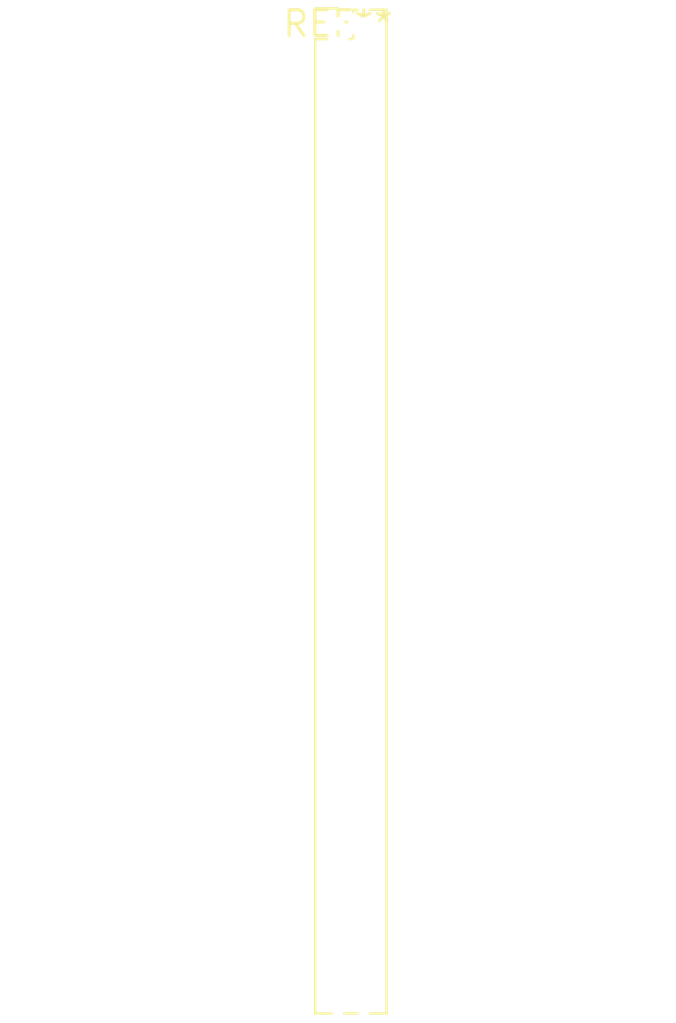
<source format=kicad_pcb>
(kicad_pcb (version 20240108) (generator pcbnew)
  (layers (0 "F.Cu" signal) (31 "B.Cu" signal) (34 "B.Paste" user) (35 "F.Paste" user) (36 "B.SilkS" user "B.Silkscreen") (37 "F.SilkS" user "F.Silkscreen") (38 "B.Mask" user) (39 "F.Mask" user) (44 "Edge.Cuts" user))
  (net 0 "")
  (footprint "PinHeader_2x39_P1.27mm_Vertical" (layer "F.Cu") (at 0 0)
    (property "Reference" "REF**")
    (property "Value" "PinHeader_2x39_P1.27mm_Vertical")
    (fp_line (start -1.13 -0.76) (end 0 -0.76) (layer "F.SilkS") (stroke (width 0.12)))
    (fp_line (start -1.13 0) (end -1.13 -0.76) (layer "F.SilkS") (stroke (width 0.12)))
    (fp_line (start -1.13 0.76) (end -1.13 48.955) (layer "F.SilkS") (stroke (width 0.12)))
    (fp_line (start -1.13 0.76) (end -0.563471 0.76) (layer "F.SilkS") (stroke (width 0.12)))
    (fp_line (start -1.13 48.955) (end -0.30753 48.955) (layer "F.SilkS") (stroke (width 0.12)))
    (fp_line (start 0.30753 48.955) (end 0.96247 48.955) (layer "F.SilkS") (stroke (width 0.12)))
    (fp_line (start 0.563471 0.76) (end 0.706529 0.76) (layer "F.SilkS") (stroke (width 0.12)))
    (fp_line (start 0.76 -0.695) (end 0.96247 -0.695) (layer "F.SilkS") (stroke (width 0.12)))
    (fp_line (start 0.76 -0.563471) (end 0.76 -0.695) (layer "F.SilkS") (stroke (width 0.12)))
    (fp_line (start 0.76 0.706529) (end 0.76 0.563471) (layer "F.SilkS") (stroke (width 0.12)))
    (fp_line (start 1.57753 -0.695) (end 2.4 -0.695) (layer "F.SilkS") (stroke (width 0.12)))
    (fp_line (start 1.57753 48.955) (end 2.4 48.955) (layer "F.SilkS") (stroke (width 0.12)))
    (fp_line (start 2.4 -0.695) (end 2.4 48.955) (layer "F.SilkS") (stroke (width 0.12)))
    (pad "1" thru_hole rect (at 0 0) (size 1 1) (drill 0.65) (layers *.Cu *.Mask) (remove_unused_layers))
    (pad "2" thru_hole oval (at 1.27 0) (size 1 1) (drill 0.65) (layers *.Cu *.Mask) (remove_unused_layers))
    (pad "3" thru_hole oval (at 0 1.27) (size 1 1) (drill 0.65) (layers *.Cu *.Mask) (remove_unused_layers))
    (pad "4" thru_hole oval (at 1.27 1.27) (size 1 1) (drill 0.65) (layers *.Cu *.Mask) (remove_unused_layers))
    (pad "5" thru_hole oval (at 0 2.54) (size 1 1) (drill 0.65) (layers *.Cu *.Mask) (remove_unused_layers))
    (pad "6" thru_hole oval (at 1.27 2.54) (size 1 1) (drill 0.65) (layers *.Cu *.Mask) (remove_unused_layers))
    (pad "7" thru_hole oval (at 0 3.81) (size 1 1) (drill 0.65) (layers *.Cu *.Mask) (remove_unused_layers))
    (pad "8" thru_hole oval (at 1.27 3.81) (size 1 1) (drill 0.65) (layers *.Cu *.Mask) (remove_unused_layers))
    (pad "9" thru_hole oval (at 0 5.08) (size 1 1) (drill 0.65) (layers *.Cu *.Mask) (remove_unused_layers))
    (pad "10" thru_hole oval (at 1.27 5.08) (size 1 1) (drill 0.65) (layers *.Cu *.Mask) (remove_unused_layers))
    (pad "11" thru_hole oval (at 0 6.35) (size 1 1) (drill 0.65) (layers *.Cu *.Mask) (remove_unused_layers))
    (pad "12" thru_hole oval (at 1.27 6.35) (size 1 1) (drill 0.65) (layers *.Cu *.Mask) (remove_unused_layers))
    (pad "13" thru_hole oval (at 0 7.62) (size 1 1) (drill 0.65) (layers *.Cu *.Mask) (remove_unused_layers))
    (pad "14" thru_hole oval (at 1.27 7.62) (size 1 1) (drill 0.65) (layers *.Cu *.Mask) (remove_unused_layers))
    (pad "15" thru_hole oval (at 0 8.89) (size 1 1) (drill 0.65) (layers *.Cu *.Mask) (remove_unused_layers))
    (pad "16" thru_hole oval (at 1.27 8.89) (size 1 1) (drill 0.65) (layers *.Cu *.Mask) (remove_unused_layers))
    (pad "17" thru_hole oval (at 0 10.16) (size 1 1) (drill 0.65) (layers *.Cu *.Mask) (remove_unused_layers))
    (pad "18" thru_hole oval (at 1.27 10.16) (size 1 1) (drill 0.65) (layers *.Cu *.Mask) (remove_unused_layers))
    (pad "19" thru_hole oval (at 0 11.43) (size 1 1) (drill 0.65) (layers *.Cu *.Mask) (remove_unused_layers))
    (pad "20" thru_hole oval (at 1.27 11.43) (size 1 1) (drill 0.65) (layers *.Cu *.Mask) (remove_unused_layers))
    (pad "21" thru_hole oval (at 0 12.7) (size 1 1) (drill 0.65) (layers *.Cu *.Mask) (remove_unused_layers))
    (pad "22" thru_hole oval (at 1.27 12.7) (size 1 1) (drill 0.65) (layers *.Cu *.Mask) (remove_unused_layers))
    (pad "23" thru_hole oval (at 0 13.97) (size 1 1) (drill 0.65) (layers *.Cu *.Mask) (remove_unused_layers))
    (pad "24" thru_hole oval (at 1.27 13.97) (size 1 1) (drill 0.65) (layers *.Cu *.Mask) (remove_unused_layers))
    (pad "25" thru_hole oval (at 0 15.24) (size 1 1) (drill 0.65) (layers *.Cu *.Mask) (remove_unused_layers))
    (pad "26" thru_hole oval (at 1.27 15.24) (size 1 1) (drill 0.65) (layers *.Cu *.Mask) (remove_unused_layers))
    (pad "27" thru_hole oval (at 0 16.51) (size 1 1) (drill 0.65) (layers *.Cu *.Mask) (remove_unused_layers))
    (pad "28" thru_hole oval (at 1.27 16.51) (size 1 1) (drill 0.65) (layers *.Cu *.Mask) (remove_unused_layers))
    (pad "29" thru_hole oval (at 0 17.78) (size 1 1) (drill 0.65) (layers *.Cu *.Mask) (remove_unused_layers))
    (pad "30" thru_hole oval (at 1.27 17.78) (size 1 1) (drill 0.65) (layers *.Cu *.Mask) (remove_unused_layers))
    (pad "31" thru_hole oval (at 0 19.05) (size 1 1) (drill 0.65) (layers *.Cu *.Mask) (remove_unused_layers))
    (pad "32" thru_hole oval (at 1.27 19.05) (size 1 1) (drill 0.65) (layers *.Cu *.Mask) (remove_unused_layers))
    (pad "33" thru_hole oval (at 0 20.32) (size 1 1) (drill 0.65) (layers *.Cu *.Mask) (remove_unused_layers))
    (pad "34" thru_hole oval (at 1.27 20.32) (size 1 1) (drill 0.65) (layers *.Cu *.Mask) (remove_unused_layers))
    (pad "35" thru_hole oval (at 0 21.59) (size 1 1) (drill 0.65) (layers *.Cu *.Mask) (remove_unused_layers))
    (pad "36" thru_hole oval (at 1.27 21.59) (size 1 1) (drill 0.65) (layers *.Cu *.Mask) (remove_unused_layers))
    (pad "37" thru_hole oval (at 0 22.86) (size 1 1) (drill 0.65) (layers *.Cu *.Mask) (remove_unused_layers))
    (pad "38" thru_hole oval (at 1.27 22.86) (size 1 1) (drill 0.65) (layers *.Cu *.Mask) (remove_unused_layers))
    (pad "39" thru_hole oval (at 0 24.13) (size 1 1) (drill 0.65) (layers *.Cu *.Mask) (remove_unused_layers))
    (pad "40" thru_hole oval (at 1.27 24.13) (size 1 1) (drill 0.65) (layers *.Cu *.Mask) (remove_unused_layers))
    (pad "41" thru_hole oval (at 0 25.4) (size 1 1) (drill 0.65) (layers *.Cu *.Mask) (remove_unused_layers))
    (pad "42" thru_hole oval (at 1.27 25.4) (size 1 1) (drill 0.65) (layers *.Cu *.Mask) (remove_unused_layers))
    (pad "43" thru_hole oval (at 0 26.67) (size 1 1) (drill 0.65) (layers *.Cu *.Mask) (remove_unused_layers))
    (pad "44" thru_hole oval (at 1.27 26.67) (size 1 1) (drill 0.65) (layers *.Cu *.Mask) (remove_unused_layers))
    (pad "45" thru_hole oval (at 0 27.94) (size 1 1) (drill 0.65) (layers *.Cu *.Mask) (remove_unused_layers))
    (pad "46" thru_hole oval (at 1.27 27.94) (size 1 1) (drill 0.65) (layers *.Cu *.Mask) (remove_unused_layers))
    (pad "47" thru_hole oval (at 0 29.21) (size 1 1) (drill 0.65) (layers *.Cu *.Mask) (remove_unused_layers))
    (pad "48" thru_hole oval (at 1.27 29.21) (size 1 1) (drill 0.65) (layers *.Cu *.Mask) (remove_unused_layers))
    (pad "49" thru_hole oval (at 0 30.48) (size 1 1) (drill 0.65) (layers *.Cu *.Mask) (remove_unused_layers))
    (pad "50" thru_hole oval (at 1.27 30.48) (size 1 1) (drill 0.65) (layers *.Cu *.Mask) (remove_unused_layers))
    (pad "51" thru_hole oval (at 0 31.75) (size 1 1) (drill 0.65) (layers *.Cu *.Mask) (remove_unused_layers))
    (pad "52" thru_hole oval (at 1.27 31.75) (size 1 1) (drill 0.65) (layers *.Cu *.Mask) (remove_unused_layers))
    (pad "53" thru_hole oval (at 0 33.02) (size 1 1) (drill 0.65) (layers *.Cu *.Mask) (remove_unused_layers))
    (pad "54" thru_hole oval (at 1.27 33.02) (size 1 1) (drill 0.65) (layers *.Cu *.Mask) (remove_unused_layers))
    (pad "55" thru_hole oval (at 0 34.29) (size 1 1) (drill 0.65) (layers *.Cu *.Mask) (remove_unused_layers))
    (pad "56" thru_hole oval (at 1.27 34.29) (size 1 1) (drill 0.65) (layers *.Cu *.Mask) (remove_unused_layers))
    (pad "57" thru_hole oval (at 0 35.56) (size 1 1) (drill 0.65) (layers *.Cu *.Mask) (remove_unused_layers))
    (pad "58" thru_hole oval (at 1.27 35.56) (size 1 1) (drill 0.65) (layers *.Cu *.Mask) (remove_unused_layers))
    (pad "59" thru_hole oval (at 0 36.83) (size 1 1) (drill 0.65) (layers *.Cu *.Mask) (remove_unused_layers))
    (pad "60" thru_hole oval (at 1.27 36.83) (size 1 1) (drill 0.65) (layers *.Cu *.Mask) (remove_unused_layers))
    (pad "61" thru_hole oval (at 0 38.1) (size 1 1) (drill 0.65) (layers *.Cu *.Mask) (remove_unused_layers))
    (pad "62" thru_hole oval (at 1.27 38.1) (size 1 1) (drill 0.65) (layers *.Cu *.Mask) (remove_unused_layers))
    (pad "63" thru_hole oval (at 0 39.37) (size 1 1) (drill 0.65) (layers *.Cu *.Mask) (remove_unused_layers))
    (pad "64" thru_hole oval (at 1.27 39.37) (size 1 1) (drill 0.65) (layers *.Cu *.Mask) (remove_unused_layers))
    (pad "65" thru_hole oval (at 0 40.64) (size 1 1) (drill 0.65) (layers *.Cu *.Mask) (remove_unused_layers))
    (pad "66" thru_hole oval (at 1.27 40.64) (size 1 1) (drill 0.65) (layers *.Cu *.Mask) (remove_unused_layers))
    (pad "67" thru_hole oval (at 0 41.91) (size 1 1) (drill 0.65) (layers *.Cu *.Mask) (remove_unused_layers))
    (pad "68" thru_hole oval (at 1.27 41.91) (size 1 1) (drill 0.65) (layers *.Cu *.Mask) (remove_unused_layers))
    (pad "69" thru_hole oval (at 0 43.18) (size 1 1) (drill 0.65) (layers *.Cu *.Mask) (remove_unused_layers))
    (pad "70" thru_hole oval (at 1.27 43.18) (size 1 1) (drill 0.65) (layers *.Cu *.Mask) (remove_unused_layers))
    (pad "71" thru_hole oval (at 0 44.45) (size 1 1) (drill 0.65) (layers *.Cu *.Mask) (remove_unused_layers))
    (pad "72" thru_hole oval (at 1.27 44.45) (size 1 1) (drill 0.65) (layers *.Cu *.Mask) (remove_unused_layers))
    (pad "73" thru_hole oval (at 0 45.72) (size 1 1) (drill 0.65) (layers *.Cu *.Mask) (remove_unused_layers))
    (pad "74" thru_hole oval (at 1.27 45.72) (size 1 1) (drill 0.65) (layers *.Cu *.Mask) (remove_unused_layers))
    (pad "75" thru_hole oval (at 0 46.99) (size 1 1) (drill 0.65) (layers *.Cu *.Mask) (remove_unused_layers))
    (pad "76" thru_hole oval (at 1.27 46.99) (size 1 1) (drill 0.65) (layers *.Cu *.Mask) (remove_unused_layers))
    (pad "77" thru_hole oval (at 0 48.26) (size 1 1) (drill 0.65) (layers *.Cu *.Mask) (remove_unused_layers))
    (pad "78" thru_hole oval (at 1.27 48.26) (size 1 1) (drill 0.65) (layers *.Cu *.Mask) (remove_unused_layers))
  )
)
</source>
